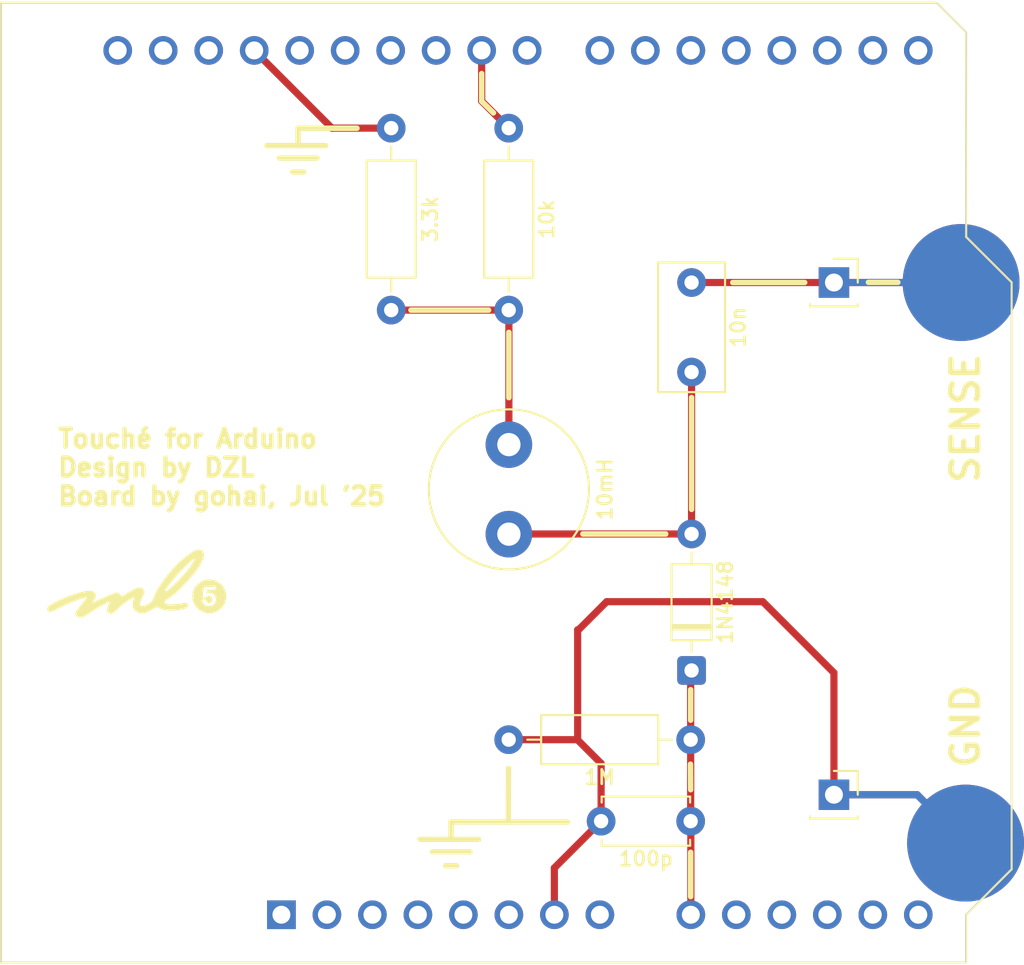
<source format=kicad_pcb>
(kicad_pcb (version 20241229) (generator "pcbnew") (generator_version "9.0")
  (layers (0 "F.Cu" signal) (2 "B.Cu" signal) (13 "F.Paste" user) (15 "B.Paste" user) (5 "F.SilkS" user "F.Silkscreen") (7 "B.SilkS" user "B.Silkscreen") (1 "F.Mask" user) (3 "B.Mask" user) (25 "Edge.Cuts" user))
  (net 0 "")
  (net 1 "GND")
  (net 7 "Net-(A1-A0)")
  (net 17 "Net-(A1-D9)")
  (net 31 "Net-(D1-A)")
  (net 32 "Net-(L1-Pad1)")
  (net 33 "SENSE")
  (footprint "Capacitor_THT:C_Disc_D4.7mm_W2.5mm_P5.00mm" (layer "F.Cu") (at 172.85 142.775 180)
    (property "Reference" "C1" (hide yes))
    (property "Value" "100p" (at 2.5 -2.1 0) (layer "F.SilkS") (effects (font (size 0.8 0.8))))
    (fp_line (start 4.97 1.37) (end 0.03 1.37) (stroke (width 0.12)) (layer "F.SilkS"))
    (fp_line (start 4.97 1.04) (end 4.97 1.37) (stroke (width 0.12)) (layer "F.SilkS"))
    (fp_line (start 4.97 -1.37) (end 4.97 -1.04) (stroke (width 0.12)) (layer "F.SilkS"))
    (fp_line (start 0.03 1.37) (end 0.03 1.04) (stroke (width 0.12)) (layer "F.SilkS"))
    (fp_line (start 0.03 -1.04) (end 0.03 -1.37) (stroke (width 0.12)) (layer "F.SilkS"))
    (fp_line (start 0.03 -1.37) (end 4.97 -1.37) (stroke (width 0.12)) (layer "F.SilkS"))
    (pad "1" thru_hole circle (at 0 0 180) (size 1.6 1.6) (drill 0.8) (layers "*.Cu" "*.Mask") (net 7 "Net-(A1-A0)"))
    (pad "2" thru_hole circle (at 5 0 180) (size 1.6 1.6) (drill 0.8) (layers "*.Cu" "*.Mask") (net 1 "GND"))
  )
  (footprint "LOGO" (layer "F.Cu") (at 141.92 129.51)
    (property "Reference" "G***" (hide yes))
    (property "Value" "LOGO" (hide yes))
    (fp_poly (pts (xy 4.116411 -0.230636) (xy 4.216852 -0.218346) (xy 4.316731 -0.195) (xy 4.415233 -0.160324) (xy 4.458596 -0.141089) (xy 4.549957 -0.091419) (xy 4.634307 -0.032592) (xy 4.711157 0.034542) (xy 4.780017 0.109134) (xy 4.840398 0.190333) (xy 4.891809 0.27729) (xy 4.93376 0.369154) (xy 4.965763 0.465078) (xy 4.987326 0.564209) (xy 4.997962 0.665699) (xy 4.997178 0.768698) (xy 4.995514 0.790473) (xy 4.980255 0.896892) (xy 4.953938 0.999355) (xy 4.917027 1.097177) (xy 4.869983 1.189679) (xy 4.813269 1.276177) (xy 4.747347 1.35599) (xy 4.672681 1.428436) (xy 4.589731 1.492833) (xy 4.498961 1.548499) (xy 4.471999 1.562532) (xy 4.384568 1.600696) (xy 4.291408 1.630886) (xy 4.248455 1.641529) (xy 4.21576 1.64708) (xy 4.174076 1.651504) (xy 4.126387 1.654725) (xy 4.075679 1.656666) (xy 4.024936 1.657252) (xy 3.977143 1.656406) (xy 3.935286 1.654051) (xy 3.903761 1.65035) (xy 3.799967 1.627212) (xy 3.700511 1.593356) (xy 3.606155 1.549339) (xy 3.517658 1.495718) (xy 3.435778 1.43305) (xy 3.361277 1.361893) (xy 3.294914 1.282803) (xy 3.237448 1.196338) (xy 3.206473 1.138972) (xy 3.190781 1.106119) (xy 3.175611 1.072302) (xy 3.162565 1.041223) (xy 3.153243 1.016585) (xy 3.152324 1.013852) (xy 3.138293 0.961336) (xy 3.667383 0.961336) (xy 3.670325 0.981869) (xy 3.679641 1.007872) (xy 3.684598 1.019246) (xy 3.718135 1.080465) (xy 3.759887 1.13368) (xy 3.809028 1.178165) (xy 3.86473 1.213192) (xy 3.926166 1.238033) (xy 3.936819 1.241108) (xy 3.968909 1.246767) (xy 4.008915 1.24916) (xy 4.053233 1.248459) (xy 4.098259 1.244837) (xy 4.14039 1.238466) (xy 4.175519 1.229683) (xy 4.220097 1.211555) (xy 4.263913 1.187028) (xy 4.303447 1.158402) (xy 4.335179 1.127977) (xy 4.339985 1.122245) (xy 4.375408 1.069046) (xy 4.40104 1.010768) (xy 4.416757 0.94915) (xy 4.42243 0.885929) (xy 4.417934 0.822844) (xy 4.403143 0.761631) (xy 4.377929 0.704028) (xy 4.371265 0.692499) (xy 4.33188 0.638533) (xy 4.284574 0.593255) (xy 4.230234 0.55737) (xy 4.169744 0.531581) (xy 4.168691 0.531242) (xy 4.120904 0.520322) (xy 4.066988 0.515337) (xy 4.010921 0.516177) (xy 3.956681 0.522738) (xy 3.908245 0.534911) (xy 3.898328 0.5385) (xy 3.891452 0.540133) (xy 3.88886 0.536092) (xy 3.889657 0.523793) (xy 3.890666 0.51639) (xy 3.892839 0.499436) (xy 3.895773 0.474247) (xy 3.899043 0.44455) (xy 3.901548 0.420728) (xy 3.904647 0.39306) (xy 3.907725 0.369911) (xy 3.910409 0.353831) (xy 3.912215 0.347468) (xy 3.919016 0.346526) (xy 3.936012 0.346236) (xy 3.961398 0.346568) (xy 3.993366 0.347493) (xy 4.030112 0.348981) (xy 4.043602 0.349621) (xy 4.106806 0.351879) (xy 4.166907 0.352379) (xy 4.222367 0.351201) (xy 4.27165 0.348423) (xy 4.313218 0.344127) (xy 4.345534 0.338389) (xy 4.36288 0.333147) (xy 4.392179 0.315235) (xy 4.413642 0.288925) (xy 4.423635 0.264558) (xy 4.427028 0.238707) (xy 4.424885 0.211797) (xy 4.417863 0.188729) (xy 4.412302 0.179634) (xy 4.407873 0.174867) (xy 4.402342 0.171806) (xy 4.393597 0.170341) (xy 4.379529 0.170364) (xy 4.358027 0.171765) (xy 4.32698 0.174436) (xy 4.321467 0.17493) (xy 4.296007 0.176656) (xy 4.260367 0.178256) (xy 4.216389 0.179683) (xy 4.165915 0.180893) (xy 4.110785 0.181842) (xy 4.052842 0.182485) (xy 3.9987 0.182768) (xy 3.757056 0.183317) (xy 3.753827 0.204353) (xy 3.751965 0.217563) (xy 3.74892 0.240464) (xy 3.744874 0.271594) (xy 3.74001 0.309491) (xy 3.734512 0.352693) (xy 3.728561 0.399736) (xy 3.722341 0.44916) (xy 3.716035 0.499501) (xy 3.709825 0.549298) (xy 3.703895 0.597088) (xy 3.698426 0.64141) (xy 3.693603 0.6808) (xy 3.689608 0.713797) (xy 3.686623 0.738939) (xy 3.684832 0.754763) (xy 3.684381 0.759701) (xy 3.685755 0.7636) (xy 3.691072 0.766297) (xy 3.702133 0.768005) (xy 3.720733 0.768935) (xy 3.748671 0.769297) (xy 3.766352 0.769332) (xy 3.848323 0.769332) (xy 3.874963 0.744776) (xy 3.894853 0.729114) (xy 3.92002 0.712871) (xy 3.94175 0.701201) (xy 3.964019 0.691392) (xy 3.982706 0.685649) (xy 4.002814 0.682928) (xy 4.029345 0.682186) (xy 4.032985 0.682181) (xy 4.060317 0.682733) (xy 4.080144 0.685001) (xy 4.096956 0.689897) (xy 4.115243 0.698336) (xy 4.117131 0.699309) (xy 4.160554 0.728082) (xy 4.195838 0.764707) (xy 4.217034 0.79835) (xy 4.226226 0.818484) (xy 4.231455 0.836663) (xy 4.23376 0.857856) (xy 4.234198 0.880424) (xy 4.232612 0.917152) (xy 4.226839 0.946748) (xy 4.215398 0.97379) (xy 4.196808 1.002859) (xy 4.192847 1.008308) (xy 4.169445 1.035346) (xy 4.142275 1.056091) (xy 4.128684 1.063955) (xy 4.109014 1.074119) (xy 4.093141 1.080322) (xy 4.076784 1.083528) (xy 4.05566 1.084704) (xy 4.035991 1.084835) (xy 4.001751 1.083332) (xy 3.973249 1.078043) (xy 3.948712 1.067705) (xy 3.92637 1.051057) (xy 3.90445 1.026837) (xy 3.881182 0.993784) (xy 3.860032 0.959506) (xy 3.841877 0.930063) (xy 3.827508 0.909599) (xy 3.815459 0.896277) (xy 3.804264 0.888263) (xy 3.80232 0.887286) (xy 3.770841 0.878277) (xy 3.739522 0.879888) (xy 3.710926 0.891365) (xy 3.687617 0.911955) (xy 3.679973 0.923223) (xy 3.670653 0.94291) (xy 3.667383 0.961336) (xy 3.138293 0.961336) (xy 3.125643 0.913992) (xy 3.110096 0.811543) (xy 3.10558 0.707854) (xy 3.111995 0.604278) (xy 3.129237 0.502164) (xy 3.157207 0.402864) (xy 3.195802 0.307729) (xy 3.207185 0.284586) (xy 3.2601 0.193549) (xy 3.321406 0.110521) (xy 3.390287 0.035779) (xy 3.465931 -0.0304) (xy 3.547523 -0.087739) (xy 3.634249 -0.135962) (xy 3.725296 -0.174791) (xy 3.819849 -0.20395) (xy 3.917096 -0.223162) (xy 4.016221 -0.23215)) (fill yes) (layer "F.SilkS"))
    (fp_poly (pts (xy 3.533942 -1.896496) (xy 3.578681 -1.886993) (xy 3.625007 -1.866667) (xy 3.665145 -1.83685) (xy 3.698579 -1.798649) (xy 3.724791 -1.753173) (xy 3.743266 -1.701528) (xy 3.753486 -1.644823) (xy 3.754935 -1.584165) (xy 3.747812 -1.524398) (xy 3.727489 -1.440371) (xy 3.696884 -1.35016) (xy 3.656012 -1.253785) (xy 3.604887 -1.151267) (xy 3.543521 -1.042628) (xy 3.471928 -0.92789) (xy 3.390122 -0.807073) (xy 3.298116 -0.680199) (xy 3.195924 -0.547289) (xy 3.083559 -0.408365) (xy 2.961036 -0.263448) (xy 2.908092 -0.20256) (xy 2.844561 -0.131134) (xy 2.776333 -0.056386) (xy 2.704804 0.020256) (xy 2.631374 0.097362) (xy 2.557442 0.173502) (xy 2.484407 0.247249) (xy 2.413667 0.317172) (xy 2.346621 0.381843) (xy 2.284668 0.439832) (xy 2.238668 0.481378) (xy 2.12861 0.575126) (xy 2.010352 0.669102) (xy 1.887372 0.760684) (xy 1.76315 0.847251) (xy 1.685003 0.898556) (xy 1.646958 0.923364) (xy 1.618119 0.943581) (xy 1.597251 0.960566) (xy 1.583115 0.975677) (xy 1.574476 0.990276) (xy 1.570095 1.005722) (xy 1.568736 1.023374) (xy 1.568717 1.026376) (xy 1.572633 1.059586) (xy 1.585064 1.08667) (xy 1.607034 1.108948) (xy 1.639568 1.127739) (xy 1.6513 1.132796) (xy 1.678648 1.141955) (xy 1.711236 1.149055) (xy 1.75047 1.154245) (xy 1.797758 1.157676) (xy 1.854507 1.159498) (xy 1.9053 1.1599) (xy 2.058802 1.155845) (xy 2.218317 1.143885) (xy 2.38104 1.124281) (xy 2.515356 1.102606) (xy 2.55235 1.09595) (xy 2.586525 1.089817) (xy 2.615631 1.084608) (xy 2.637419 1.080726) (xy 2.649637 1.078574) (xy 2.649666 1.078569) (xy 2.675145 1.075763) (xy 2.705134 1.074832) (xy 2.735874 1.075636) (xy 2.763608 1.078037) (xy 2.784576 1.081898) (xy 2.789995 1.083722) (xy 2.813192 1.099388) (xy 2.834173 1.125098) (xy 2.851846 1.158928) (xy 2.865116 1.198952) (xy 2.870579 1.225566) (xy 2.869892 1.258058) (xy 2.857885 1.289804) (xy 2.835255 1.319896) (xy 2.802701 1.347427) (xy 2.760922 1.371489) (xy 2.756694 1.373472) (xy 2.707419 1.393359) (xy 2.64756 1.41272) (xy 2.578554 1.431235) (xy 2.501835 1.44859) (xy 2.418838 1.464467) (xy 2.331 1.47855) (xy 2.239756 1.490522) (xy 2.211831 1.493666) (xy 2.163068 1.498041) (xy 2.106137 1.501656) (xy 2.043719 1.504459) (xy 1.978496 1.506398) (xy 1.913152 1.507422) (xy 1.850369 1.507481) (xy 1.79283 1.506521) (xy 1.743216 1.504493) (xy 1.721982 1.503043) (xy 1.663913 1.497766) (xy 1.611628 1.491523) (xy 1.56318 1.483775) (xy 1.516623 1.473978) (xy 1.47001 1.461592) (xy 1.421394 1.446076) (xy 1.368827 1.426886) (xy 1.310364 1.403483) (xy 1.244058 1.375325) (xy 1.211097 1.360938) (xy 1.172598 1.345134) (xy 1.143402 1.335691) (xy 1.122762 1.332372) (xy 1.120981 1.332371) (xy 1.110934 1.333815) (xy 1.096747 1.338052) (xy 1.07771 1.345428) (xy 1.053114 1.356289) (xy 1.022248 1.370983) (xy 0.984403 1.389855) (xy 0.938868 1.413251) (xy 0.884934 1.441518) (xy 0.82189 1.475002) (xy 0.754306 1.511211) (xy 0.689437 1.545842) (xy 0.633659 1.574961) (xy 0.585638 1.599041) (xy 0.54404 1.618557) (xy 0.507532 1.633984) (xy 0.474781 1.645794) (xy 0.444452 1.654462) (xy 0.415214 1.660464) (xy 0.385732 1.664272) (xy 0.354672 1.666361) (xy 0.320701 1.667206) (xy 0.315546 1.667253) (xy 0.235762 1.663749) (xy 0.162559 1.651563) (xy 0.093608 1.630088) (xy 0.026583 1.598712) (xy 0.00376 1.585646) (xy -0.024375 1.566182) (xy -0.056059 1.54001) (xy -0.088654 1.509729) (xy -0.119522 1.477937) (xy -0.146025 1.447233) (xy -0.165524 1.420218) (xy -0.167554 1.416863) (xy -0.187739 1.379763) (xy -0.202176 1.345703) (xy -0.211843 1.311063) (xy -0.217718 1.272222) (xy -0.22078 1.225559) (xy -0.221016 1.218942) (xy -0.221508 1.181377) (xy -0.220803 1.141172) (xy -0.219054 1.103327) (xy -0.216629 1.074692) (xy -0.213254 1.048424) (xy -0.208249 1.013476) (xy -0.202086 0.972804) (xy -0.19524 0.929366) (xy -0.188186 0.886118) (xy -0.181395 0.846019) (xy -0.175344 0.812025) (xy -0.170665 0.78786) (xy -0.166387 0.76732) (xy -0.219931 0.796476) (xy -0.351267 0.872325) (xy -0.483951 0.957633) (xy -0.61845 1.052753) (xy -0.75523 1.158037) (xy -0.894761 1.273837) (xy -1.037509 1.400503) (xy -1.101527 1.459834) (xy -1.153864 1.508855) (xy -1.198438 1.550233) (xy -1.236189 1.584615) (xy -1.268059 1.612647) (xy -1.29499 1.634976) (xy -1.317923 1.652248) (xy -1.3378 1.66511) (xy -1.355563 1.674209) (xy -1.372153 1.680191) (xy -1.388511 1.683702) (xy -1.40558 1.685389) (xy -1.424301 1.685899) (xy -1.430791 1.68592) (xy -1.457559 1.685449) (xy -1.477356 1.683258) (xy -1.495218 1.678179) (xy -1.51618 1.669042) (xy -1.527672 1.663441) (xy -1.568496 1.640135) (xy -1.601059 1.614104) (xy -1.625582 1.584416) (xy -1.642288 1.550138) (xy -1.651397 1.51034) (xy -1.653131 1.464089) (xy -1.647712 1.410453) (xy -1.63536 1.3485) (xy -1.618025 1.283222) (xy -1.609235 1.254105) (xy -1.600711 1.229399) (xy -1.591132 1.206158) (xy -1.579178 1.181434) (xy -1.563531 1.152283) (xy -1.543524 1.116898) (xy -1.526548 1.084995) (xy -1.517117 1.0612) (xy -1.515582 1.045321) (xy -1.522293 1.037165) (xy -1.537599 1.036542) (xy -1.561851 1.043258) (xy -1.595399 1.057122) (xy -1.626005 1.071668) (xy -1.661575 1.088894) (xy -1.700657 1.107323) (xy -1.738491 1.124736) (xy -1.770067 1.138806) (xy -1.819765 1.160918) (xy -1.8687 1.183845) (xy -1.917847 1.208157) (xy -1.968184 1.234423) (xy -2.020688 1.263211) (xy -2.076336 1.295089) (xy -2.136104 1.330626) (xy -2.200969 1.370392) (xy -2.271909 1.414953) (xy -2.3499 1.46488) (xy -2.435919 1.52074) (xy -2.512353 1.57086) (xy -2.592788 1.623736) (xy -2.663988 1.670355) (xy -2.726723 1.711118) (xy -2.781768 1.746427) (xy -2.829894 1.776682) (xy -2.871873 1.802285) (xy -2.908478 1.823637) (xy -2.940482 1.84114) (xy -2.968656 1.855194) (xy -2.993773 1.866201) (xy -3.016606 1.874563) (xy -3.037926 1.88068) (xy -3.058506 1.884953) (xy -3.079119 1.887785) (xy -3.100537 1.889576) (xy -3.123532 1.890727) (xy -3.12842 1.890917) (xy -3.16346 1.891624) (xy -3.190889 1.89046) (xy -3.215021 1.887055) (xy -3.238467 1.881505) (xy -3.294205 1.861263) (xy -3.341302 1.833217) (xy -3.37936 1.797666) (xy -3.407983 1.754906) (xy -3.408247 1.75439) (xy -3.419976 1.720799) (xy -3.425007 1.681965) (xy -3.423021 1.642833) (xy -3.417069 1.617247) (xy -3.41351 1.608237) (xy -3.407993 1.597146) (xy -3.400146 1.583472) (xy -3.389597 1.566712) (xy -3.375976 1.546363) (xy -3.358912 1.521923) (xy -3.338032 1.492889) (xy -3.312966 1.458759) (xy -3.283343 1.41903) (xy -3.24879 1.3732) (xy -3.208938 1.320766) (xy -3.163415 1.261225) (xy -3.11185 1.194076) (xy -3.053871 1.118814) (xy -2.989107 1.034939) (xy -2.940259 0.971767) (xy -2.907622 0.929425) (xy -2.877508 0.890063) (xy -2.850667 0.854683) (xy -2.827852 0.824288) (xy -2.809811 0.799881) (xy -2.797296 0.782466) (xy -2.791058 0.773046) (xy -2.790514 0.771656) (xy -2.797963 0.771229) (xy -2.815189 0.773588) (xy -2.84038 0.778334) (xy -2.871723 0.785063) (xy -2.907407 0.793375) (xy -2.945618 0.802867) (xy -2.984544 0.813139) (xy -3.011217 0.820569) (xy -3.042323 0.829515) (xy -3.070375 0.837789) (xy -3.096932 0.845925) (xy -3.123551 0.854457) (xy -3.151789 0.863919) (xy -3.183205 0.874846) (xy -3.219355 0.887772) (xy -3.261799 0.90323) (xy -3.312092 0.921756) (xy -3.371794 0.943883) (xy -3.383863 0.948365) (xy -3.453134 0.974221) (xy -3.516467 0.998186) (xy -3.575105 1.020814) (xy -3.630292 1.042661) (xy -3.683271 1.064283) (xy -3.735286 1.086234) (xy -3.787579 1.10907) (xy -3.841396 1.133345) (xy -3.897978 1.159617) (xy -3.958569 1.188438) (xy -4.024413 1.220366) (xy -4.096754 1.255955) (xy -4.176834 1.29576) (xy -4.265896 1.340337) (xy -4.300451 1.357686) (xy -4.383983 1.399556) (xy -4.45759 1.436213) (xy -4.522017 1.467983) (xy -4.578007 1.495192) (xy -4.626303 1.518168) (xy -4.667649 1.537236) (xy -4.702789 1.552723) (xy -4.732466 1.564955) (xy -4.757425 1.57426) (xy -4.778408 1.580963) (xy -4.796159 1.585392) (xy -4.811422 1.587872) (xy -4.824941 1.588729) (xy -4.826708 1.588739) (xy -4.867519 1.583009) (xy -4.906289 1.567089) (xy -4.940936 1.542695) (xy -4.969379 1.511546) (xy -4.989534 1.475356) (xy -4.99762 1.447822) (xy -4.998693 1.423949) (xy -4.995248 1.393538) (xy -4.988087 1.360834) (xy -4.978013 1.330077) (xy -4.973249 1.31906) (xy -4.961176 1.296122) (xy -4.947404 1.276119) (xy -4.930247 1.257537) (xy -4.908021 1.238859) (xy -4.879043 1.218571) (xy -4.841628 1.195157) (xy -4.823547 1.184355) (xy -4.655346 1.089012) (xy -4.476794 0.996002) (xy -4.287617 0.9052) (xy -4.087536 0.816481) (xy -3.876276 0.72972) (xy -3.65356 0.644795) (xy -3.504662 0.591271) (xy -3.425406 0.564623) (xy -3.341883 0.538759) (xy -3.255582 0.514011) (xy -3.167992 0.490708) (xy -3.0806 0.469182) (xy -2.994896 0.449763) (xy -2.912367 0.432783) (xy -2.834503 0.418572) (xy -2.762791 0.407461) (xy -2.69872 0.399781) (xy -2.643778 0.395863) (xy -2.623546 0.395418) (xy -2.55352 0.399838) (xy -2.490765 0.41369) (xy -2.434946 0.437096) (xy -2.385731 0.470178) (xy -2.363491 0.49039) (xy -2.326835 0.53444) (xy -2.300644 0.582391) (xy -2.285355 0.633015) (xy -2.281405 0.685084) (xy -2.284189 0.713685) (xy -2.290812 0.745768) (xy -2.300831 0.778165) (xy -2.315039 0.812521) (xy -2.334226 0.850483) (xy -2.359185 0.893696) (xy -2.390706 0.943808) (xy -2.406202 0.967475) (xy -2.424797 0.995856) (xy -2.440679 1.020563) (xy -2.452812 1.03995) (xy -2.460163 1.052368) (xy -2.461888 1.056207) (xy -2.458772 1.055977) (xy -2.450724 1.053198) (xy -2.436928 1.047503) (xy -2.416568 1.038523) (xy -2.388829 1.02589) (xy -2.352895 1.009238) (xy -2.30795 0.988197) (xy -2.253177 0.962401) (xy -2.238879 0.95565) (xy -2.177658 0.927034) (xy -2.108938 0.895438) (xy -2.034416 0.861609) (xy -1.955794 0.826293) (xy -1.87477 0.790238) (xy -1.793043 0.75419) (xy -1.712313 0.718896) (xy -1.634279 0.685104) (xy -1.56064 0.653559) (xy -1.493097 0.62501) (xy -1.433348 0.600201) (xy -1.391411 0.583194) (xy -1.332519 0.559972) (xy -1.283245 0.541291) (xy -1.242267 0.526719) (xy -1.208259 0.515822) (xy -1.179899 0.508167) (xy -1.155862 0.503321) (xy -1.141524 0.501431) (xy -1.088394 0.501757) (xy -1.037958 0.513798) (xy -0.990218 0.537552) (xy -0.945176 0.573018) (xy -0.902832 0.620196) (xy -0.873696 0.661921) (xy -0.858453 0.685656) (xy -0.847945 0.70067) (xy -0.840609 0.708484) (xy -0.834884 0.710616) (xy -0.829206 0.708586) (xy -0.827074 0.70726) (xy -0.813328 0.698594) (xy -0.790633 0.684607) (xy -0.760368 0.666126) (xy -0.723911 0.643982) (xy -0.682641 0.619003) (xy -0.637936 0.592019) (xy -0.591176 0.563859) (xy -0.543739 0.535353) (xy -0.497004 0.507328) (xy -0.452349 0.480616) (xy -0.411153 0.456044) (xy -0.374796 0.434442) (xy -0.344654 0.416639) (xy -0.322108 0.403465) (xy -0.318553 0.401413) (xy -0.256794 0.366741) (xy -0.196758 0.334687) (xy -0.139974 0.30599) (xy -0.087973 0.281388) (xy -0.042283 0.261621) (xy -0.004436 0.247427) (xy 0.009015 0.24323) (xy 0.069239 0.229818) (xy 0.129657 0.223553) (xy 0.187918 0.224359) (xy 0.24167 0.232163) (xy 0.288561 0.246891) (xy 0.30053 0.252441) (xy 0.342641 0.279872) (xy 0.37779 0.315187) (xy 0.405071 0.356509) (xy 0.42358 0.401961) (xy 0.432412 0.449666) (xy 0.430661 0.497748) (xy 0.427189 0.515101) (xy 0.422706 0.528564) (xy 0.41391 0.551029) (xy 0.401596 0.580615) (xy 0.386557 0.615442) (xy 0.369588 0.653629) (xy 0.356827 0.681701) (xy 0.318778 0.766075) (xy 0.286436 0.841101) (xy 0.259424 0.907801) (xy 0.237365 0.967195) (xy 0.219883 1.020305) (xy 0.206602 1.06815) (xy 0.197145 1.111753) (xy 0.19608 1.117721) (xy 0.191529 1.158284) (xy 0.194011 1.190331) (xy 0.204112 1.215493) (xy 0.222418 1.235398) (xy 0.24308 1.248486) (xy 0.263579 1.253936) (xy 0.293006 1.254543) (xy 0.329485 1.250728) (xy 0.371139 1.242914) (xy 0.41609 1.231523) (xy 0.462461 1.216977) (xy 0.508374 1.199699) (xy 0.551954 1.18011) (xy 0.555962 1.178115) (xy 0.584706 1.162478) (xy 0.619642 1.141603) (xy 0.658471 1.117044) (xy 0.698897 1.090354) (xy 0.738619 1.063088) (xy 0.775342 1.0368) (xy 0.806766 1.013043) (xy 0.830594 0.993371) (xy 0.834733 0.989611) (xy 0.856135 0.966192) (xy 0.877604 0.935446) (xy 0.899559 0.896535) (xy 0.922423 0.848621) (xy 0.946616 0.790867) (xy 0.972559 0.722432) (xy 0.981632 0.697207) (xy 1.007713 0.627726) (xy 1.036402 0.559134) (xy 1.06843 0.490069) (xy 1.104529 0.419166) (xy 1.124477 0.383026) (xy 1.592758 0.383026) (xy 1.598041 0.400428) (xy 1.612226 0.413083) (xy 1.632819 0.420068) (xy 1.657328 0.42046) (xy 1.679161 0.415002) (xy 1.691415 0.407781) (xy 1.711446 0.392745) (xy 1.738522 0.370568) (xy 1.77191 0.341924) (xy 1.81088 0.307489) (xy 1.854698 0.267938) (xy 1.902634 0.223945) (xy 1.953953 0.176185) (xy 2.007925 0.125333) (xy 2.063818 0.072064) (xy 2.120898 0.017052) (xy 2.178435 -0.039027) (xy 2.235696 -0.095499) (xy 2.26923 -0.128905) (xy 2.37522 -0.236085) (xy 2.472698 -0.337221) (xy 2.562729 -0.433535) (xy 2.646377 -0.526251) (xy 2.724705 -0.616589) (xy 2.798779 -0.705775) (xy 2.869661 -0.795029) (xy 2.938417 -0.885575) (xy 2.993972 -0.961667) (xy 3.02268 -1.002419) (xy 3.052243 -1.045768) (xy 3.081879 -1.090439) (xy 3.110801 -1.135159) (xy 3.138228 -1.178651) (xy 3.163374 -1.219643) (xy 3.185455 -1.256859) (xy 3.203688 -1.289026) (xy 3.217288 -1.314868) (xy 3.225471 -1.333111) (xy 3.22759 -1.341379) (xy 3.22293 -1.352251) (xy 3.213022 -1.361612) (xy 3.204788 -1.365846) (xy 3.196129 -1.366871) (xy 3.1856 -1.363882) (xy 3.171759 -1.356076) (xy 3.153161 -1.342649) (xy 3.128362 -1.322797) (xy 3.098366 -1.297777) (xy 3.012764 -1.224429) (xy 2.927505 -1.148722) (xy 2.841496 -1.069601) (xy 2.753645 -0.986012) (xy 2.662858 -0.896899) (xy 2.568042 -0.801207) (xy 2.468105 -0.697883) (xy 2.373492 -0.598142) (xy 2.304325 -0.523223) (xy 2.230114 -0.44026) (xy 2.152493 -0.351205) (xy 2.073096 -0.258008) (xy 1.993556 -0.162621) (xy 1.915507 -0.066994) (xy 1.840582 0.02692) (xy 1.770417 0.117171) (xy 1.730913 0.169244) (xy 1.691597 0.22213) (xy 1.659534 0.26645) (xy 1.634287 0.302877) (xy 1.615422 0.332085) (xy 1.602503 0.354749) (xy 1.595093 0.371543) (xy 1.592758 0.383026) (xy 1.124477 0.383026) (xy 1.145431 0.345064) (xy 1.191868 0.266398) (xy 1.244572 0.181806) (xy 1.304275 0.089924) (xy 1.322171 0.062967) (xy 1.457599 -0.134585) (xy 1.593741 -0.321767) (xy 1.731926 -0.500213) (xy 1.873485 -0.671558) (xy 2.019745 -0.837436) (xy 2.172037 -0.999482) (xy 2.253544 -1.082264) (xy 2.347485 -1.174882) (xy 2.435748 -1.258987) (xy 2.519751 -1.335768) (xy 2.600915 -1.406413) (xy 2.68066 -1.472109) (xy 2.760407 -1.534043) (xy 2.841574 -1.593405) (xy 2.925584 -1.651381) (xy 2.966137 -1.678282) (xy 3.037334 -1.723913) (xy 3.104612 -1.764966) (xy 3.166861 -1.800819) (xy 3.22297 -1.830852) (xy 3.271831 -1.854444) (xy 3.307296 -1.86914) (xy 3.363273 -1.885921) (xy 3.42175 -1.896209) (xy 3.479661 -1.899801)) (fill yes) (layer "F.SilkS"))
  )
  (footprint "Resistor_THT:R_Axial_DIN0207_L6.3mm_D2.5mm_P10.16mm_Horizontal" (layer "F.Cu") (at 156.13 104.08 -90)
    (property "Reference" "R2" (hide yes))
    (property "Value" "3.3k" (at 5.08 -2.18 90) (layer "F.SilkS") (effects (font (size 0.8 0.8))))
    (fp_line (start 1.04 0) (end 1.81 0) (stroke (width 0.12)) (layer "F.SilkS"))
    (fp_line (start 9.12 0) (end 8.35 0) (stroke (width 0.12)) (layer "F.SilkS"))
    (fp_rect (start 1.81 -1.37) (end 8.35 1.37) (stroke (width 0.12)) (fill no) (layer "F.SilkS"))
    (pad "1" thru_hole circle (at 0 0 270) (size 1.6 1.6) (drill 0.8) (layers "*.Cu" "*.Mask") (net 1 "GND"))
    (pad "2" thru_hole circle (at 10.16 0 270) (size 1.6 1.6) (drill 0.8) (layers "*.Cu" "*.Mask") (net 32 "Net-(L1-Pad1)"))
  )
  (footprint "Inductor_THT:L_Radial_D8.7mm_P5.00mm_Fastron_07HCP" (layer "F.Cu") (at 162.7 121.75 -90)
    (property "Reference" "L1" (hide yes))
    (property "Value" "10mH" (at 2.5 -5.36 90) (layer "F.SilkS") (effects (font (size 0.8 0.8))))
    (fp_circle (center 2.5 0) (end 6.97 0) (stroke (width 0.12)) (fill no) (layer "F.SilkS"))
    (pad "1" thru_hole circle (at 0 0 270) (size 2.6 2.6) (drill 1.3) (layers "*.Cu" "*.Mask") (net 32 "Net-(L1-Pad1)"))
    (pad "2" thru_hole circle (at 5 0 270) (size 2.6 2.6) (drill 1.3) (layers "*.Cu" "*.Mask") (net 31 "Net-(D1-A)"))
  )
  (footprint "Connector_PinSocket_2.54mm:PinSocket_1x01_P2.54mm_Vertical" (layer "F.Cu") (at 180.85 112.7)
    (property "Reference" "J1" (hide yes))
    (property "Value" "Conn_01x01_Pin" (hide yes))
    (fp_line (start -1.33 1.21) (end -1.33 1.33) (stroke (width 0.12)) (layer "F.SilkS"))
    (fp_line (start -1.33 1.33) (end 1.33 1.33) (stroke (width 0.12)) (layer "F.SilkS"))
    (fp_line (start 0 -1.33) (end 1.33 -1.33) (stroke (width 0.12)) (layer "F.SilkS"))
    (fp_line (start 1.33 -1.33) (end 1.33 0) (stroke (width 0.12)) (layer "F.SilkS"))
    (fp_line (start 1.33 1.21) (end 1.33 1.33) (stroke (width 0.12)) (layer "F.SilkS"))
    (pad "1" thru_hole rect (at 0 0) (size 1.7 1.7) (drill 1) (layers "*.Cu" "*.Mask") (net 33 "SENSE"))
  )
  (footprint "Resistor_THT:R_Axial_DIN0207_L6.3mm_D2.5mm_P10.16mm_Horizontal" (layer "F.Cu") (at 162.69 104.08 -90)
    (property "Reference" "R1" (hide yes))
    (property "Value" "10k" (at 5.08 -2.12 90) (layer "F.SilkS") (effects (font (size 0.8 0.8))))
    (fp_line (start 1.04 0) (end 1.81 0) (stroke (width 0.12)) (layer "F.SilkS"))
    (fp_line (start 9.12 0) (end 8.35 0) (stroke (width 0.12)) (layer "F.SilkS"))
    (fp_rect (start 1.81 -1.37) (end 8.35 1.37) (stroke (width 0.12)) (fill no) (layer "F.SilkS"))
    (pad "1" thru_hole circle (at 0 0 270) (size 1.6 1.6) (drill 0.8) (layers "*.Cu" "*.Mask") (net 17 "Net-(A1-D9)"))
    (pad "2" thru_hole circle (at 10.16 0 270) (size 1.6 1.6) (drill 0.8) (layers "*.Cu" "*.Mask") (net 32 "Net-(L1-Pad1)"))
  )
  (footprint "Diode_THT:D_DO-35_SOD27_P7.62mm_Horizontal" (layer "F.Cu") (at 172.9 134.36 90)
    (property "Reference" "D1" (hide yes))
    (property "Value" "1N4148" (at 3.81 1.88 90) (layer "F.SilkS") (effects (font (size 0.8 0.8))))
    (fp_line (start 2.53 -1.12) (end 2.53 1.12) (stroke (width 0.12)) (layer "F.SilkS"))
    (fp_line (start 2.41 -1.12) (end 2.41 1.12) (stroke (width 0.12)) (layer "F.SilkS"))
    (fp_line (start 2.29 -1.12) (end 2.29 1.12) (stroke (width 0.12)) (layer "F.SilkS"))
    (fp_line (start 6.58 0) (end 5.93 0) (stroke (width 0.12)) (layer "F.SilkS"))
    (fp_line (start 1.04 0) (end 1.69 0) (stroke (width 0.12)) (layer "F.SilkS"))
    (fp_rect (start 1.69 -1.12) (end 5.93 1.12) (stroke (width 0.12)) (fill no) (layer "F.SilkS"))
    (pad "1" thru_hole roundrect (at 0 0 90) (size 1.6 1.6) (drill 0.8) (layers "*.Cu" "*.Mask") (roundrect_rratio 0.15625) (net 7 "Net-(A1-A0)"))
    (pad "2" thru_hole circle (at 7.62 0 90) (size 1.6 1.6) (drill 0.8) (layers "*.Cu" "*.Mask") (net 31 "Net-(D1-A)"))
  )
  (footprint "Capacitor_THT:C_Rect_L7.0mm_W3.5mm_P5.00mm" (layer "F.Cu") (at 172.9 117.7 90)
    (property "Reference" "C2" (hide yes))
    (property "Value" "10n" (at 2.5 2.6 90) (layer "F.SilkS") (effects (font (size 0.8 0.8))))
    (fp_line (start 6.12 -1.87) (end 6.12 1.87) (stroke (width 0.12)) (layer "F.SilkS"))
    (fp_line (start -1.12 -1.87) (end 6.12 -1.87) (stroke (width 0.12)) (layer "F.SilkS"))
    (fp_line (start 6.12 1.87) (end -1.12 1.87) (stroke (width 0.12)) (layer "F.SilkS"))
    (fp_line (start -1.12 1.87) (end -1.12 -1.87) (stroke (width 0.12)) (layer "F.SilkS"))
    (pad "1" thru_hole circle (at 0 0 90) (size 1.6 1.6) (drill 0.8) (layers "*.Cu" "*.Mask") (net 31 "Net-(D1-A)"))
    (pad "2" thru_hole circle (at 5 0 90) (size 1.6 1.6) (drill 0.8) (layers "*.Cu" "*.Mask") (net 33 "SENSE"))
  )
  (footprint "Resistor_THT:R_Axial_DIN0207_L6.3mm_D2.5mm_P10.16mm_Horizontal" (layer "F.Cu") (at 162.69 138.225)
    (property "Reference" "R3" (hide yes))
    (property "Value" "1M" (at 5.08 2.1 0) (layer "F.SilkS") (effects (font (size 0.8 0.8))))
    (fp_line (start 1.04 0) (end 1.81 0) (stroke (width 0.12)) (layer "F.SilkS"))
    (fp_line (start 9.12 0) (end 8.35 0) (stroke (width 0.12)) (layer "F.SilkS"))
    (fp_rect (start 1.81 -1.37) (end 8.35 1.37) (stroke (width 0.12)) (fill no) (layer "F.SilkS"))
    (pad "1" thru_hole circle (at 0 0) (size 1.6 1.6) (drill 0.8) (layers "*.Cu" "*.Mask") (net 1 "GND"))
    (pad "2" thru_hole circle (at 10.16 0) (size 1.6 1.6) (drill 0.8) (layers "*.Cu" "*.Mask") (net 7 "Net-(A1-A0)"))
  )
  (footprint "Connector_PinSocket_2.54mm:PinSocket_1x01_P2.54mm_Vertical" (layer "F.Cu") (at 180.85 141.3)
    (property "Reference" "J2" (hide yes))
    (property "Value" "Conn_01x01_Pin" (hide yes))
    (fp_line (start -1.33 1.21) (end -1.33 1.33) (stroke (width 0.12)) (layer "F.SilkS"))
    (fp_line (start -1.33 1.33) (end 1.33 1.33) (stroke (width 0.12)) (layer "F.SilkS"))
    (fp_line (start 0 -1.33) (end 1.33 -1.33) (stroke (width 0.12)) (layer "F.SilkS"))
    (fp_line (start 1.33 -1.33) (end 1.33 0) (stroke (width 0.12)) (layer "F.SilkS"))
    (fp_line (start 1.33 1.21) (end 1.33 1.33) (stroke (width 0.12)) (layer "F.SilkS"))
    (pad "1" thru_hole rect (at 0 0) (size 1.7 1.7) (drill 1) (layers "*.Cu" "*.Mask") (net 1 "GND"))
  )
  (footprint "touche:Arduino_UNO_R3_Shield" (layer "F.Cu") (at 150 100)
    (property "Reference" "A1" (hide yes))
    (property "Value" "Arduino_UNO_R3" (hide yes))
    (fp_line (start -15.653586 -2.93) (end 36.58 -2.93) (stroke (width 0.12)) (layer "F.SilkS"))
    (fp_line (start -15.653586 50.67) (end -15.653586 -2.93) (stroke (width 0.12)) (layer "F.SilkS"))
    (fp_line (start 36.58 -2.93) (end 38.23 -1.28) (stroke (width 0.12)) (layer "F.SilkS"))
    (fp_line (start 38.23 -1.28) (end 38.23 10.15) (stroke (width 0.12)) (layer "F.SilkS"))
    (fp_line (start 38.23 10.15) (end 40.77 12.69) (stroke (width 0.12)) (layer "F.SilkS"))
    (fp_line (start 38.23 48) (end 38.23 50.67) (stroke (width 0.12)) (layer "F.SilkS"))
    (fp_line (start 38.23 50.67) (end -15.653586 50.67) (stroke (width 0.12)) (layer "F.SilkS"))
    (fp_line (start 40.77 12.69) (end 40.77 45.46) (stroke (width 0.12)) (layer "F.SilkS"))
    (fp_line (start 40.77 45.46) (end 38.23 48) (stroke (width 0.12)) (layer "F.SilkS"))
    (fp_poly (pts (xy 38.2 50.65) (xy 38.2 48) (xy 40.75 45.45) (xy 40.75 12.7) (xy 38.2 10.1) (xy 38.25 -1.25) (xy 36.6 -2.9) (xy -15.65 -2.9) (xy -15.65 50.65)) (stroke (width 0.05)) (fill no) (layer "Edge.Cuts"))
    (pad "1" thru_hole rect (at 0 48 270) (size 1.6 1.6) (drill 1) (layers "*.Cu" "*.Mask"))
    (pad "2" thru_hole oval (at 2.54 48 270) (size 1.6 1.6) (drill 1) (layers "*.Cu" "*.Mask"))
    (pad "3" thru_hole oval (at 5.08 48 270) (size 1.6 1.6) (drill 1) (layers "*.Cu" "*.Mask"))
    (pad "4" thru_hole oval (at 7.62 48 270) (size 1.6 1.6) (drill 1) (layers "*.Cu" "*.Mask"))
    (pad "5" thru_hole oval (at 10.16 48 270) (size 1.6 1.6) (drill 1) (layers "*.Cu" "*.Mask"))
    (pad "6" thru_hole oval (at 12.7 48 270) (size 1.6 1.6) (drill 1) (layers "*.Cu" "*.Mask") (net 1 "GND"))
    (pad "7" thru_hole oval (at 15.24 48 270) (size 1.6 1.6) (drill 1) (layers "*.Cu" "*.Mask") (net 1 "GND"))
    (pad "8" thru_hole oval (at 17.78 48 270) (size 1.6 1.6) (drill 1) (layers "*.Cu" "*.Mask"))
    (pad "9" thru_hole oval (at 22.86 48 270) (size 1.6 1.6) (drill 1) (layers "*.Cu" "*.Mask") (net 7 "Net-(A1-A0)"))
    (pad "10" thru_hole oval (at 25.4 48 270) (size 1.6 1.6) (drill 1) (layers "*.Cu" "*.Mask"))
    (pad "11" thru_hole oval (at 27.94 48 270) (size 1.6 1.6) (drill 1) (layers "*.Cu" "*.Mask"))
    (pad "12" thru_hole oval (at 30.48 48 270) (size 1.6 1.6) (drill 1) (layers "*.Cu" "*.Mask"))
    (pad "13" thru_hole oval (at 33.02 48 270) (size 1.6 1.6) (drill 1) (layers "*.Cu" "*.Mask"))
    (pad "14" thru_hole oval (at 35.56 48 270) (size 1.6 1.6) (drill 1) (layers "*.Cu" "*.Mask"))
    (pad "15" thru_hole oval (at 35.56 -0.26 270) (size 1.6 1.6) (drill 1) (layers "*.Cu" "*.Mask"))
    (pad "16" thru_hole oval (at 33.02 -0.26 270) (size 1.6 1.6) (drill 1) (layers "*.Cu" "*.Mask"))
    (pad "17" thru_hole oval (at 30.48 -0.26 270) (size 1.6 1.6) (drill 1) (layers "*.Cu" "*.Mask"))
    (pad "18" thru_hole oval (at 27.94 -0.26 270) (size 1.6 1.6) (drill 1) (layers "*.Cu" "*.Mask"))
    (pad "19" thru_hole oval (at 25.4 -0.26 270) (size 1.6 1.6) (drill 1) (layers "*.Cu" "*.Mask"))
    (pad "20" thru_hole oval (at 22.86 -0.26 270) (size 1.6 1.6) (drill 1) (layers "*.Cu" "*.Mask"))
    (pad "21" thru_hole oval (at 20.32 -0.26 270) (size 1.6 1.6) (drill 1) (layers "*.Cu" "*.Mask"))
    (pad "22" thru_hole oval (at 17.78 -0.26 270) (size 1.6 1.6) (drill 1) (layers "*.Cu" "*.Mask"))
    (pad "23" thru_hole oval (at 13.72 -0.26 270) (size 1.6 1.6) (drill 1) (layers "*.Cu" "*.Mask"))
    (pad "24" thru_hole oval (at 11.18 -0.26 270) (size 1.6 1.6) (drill 1) (layers "*.Cu" "*.Mask") (net 17 "Net-(A1-D9)"))
    (pad "25" thru_hole oval (at 8.64 -0.26 270) (size 1.6 1.6) (drill 1) (layers "*.Cu" "*.Mask"))
    (pad "26" thru_hole oval (at 6.1 -0.26 270) (size 1.6 1.6) (drill 1) (layers "*.Cu" "*.Mask"))
    (pad "27" thru_hole oval (at 3.56 -0.26 270) (size 1.6 1.6) (drill 1) (layers "*.Cu" "*.Mask"))
    (pad "28" thru_hole oval (at 1.02 -0.26 270) (size 1.6 1.6) (drill 1) (layers "*.Cu" "*.Mask"))
    (pad "29" thru_hole oval (at -1.52 -0.26 270) (size 1.6 1.6) (drill 1) (layers "*.Cu" "*.Mask") (net 1 "GND"))
    (pad "30" thru_hole oval (at -4.06 -0.26 270) (size 1.6 1.6) (drill 1) (layers "*.Cu" "*.Mask"))
    (pad "31" thru_hole oval (at -6.6 -0.26 270) (size 1.6 1.6) (drill 1) (layers "*.Cu" "*.Mask"))
    (pad "32" thru_hole oval (at -9.14 -0.26 270) (size 1.6 1.6) (drill 1) (layers "*.Cu" "*.Mask"))
  )
  (gr_circle (center 187.95 112.7) (end 190.55 114.5) (stroke (width 0.2)) (fill yes) (layer "F.Cu") (net 33))
  (gr_circle (center 188.2 144) (end 190.8 145.8) (stroke (width 0.2)) (fill yes) (layer "F.Cu") (net 1))
  (gr_circle (center 187.95 112.7) (end 190.55 114.5) (stroke (width 0.2)) (fill yes) (layer "B.Cu") (net 33))
  (gr_circle (center 188.2 144) (end 190.8 145.8) (stroke (width 0.2)) (fill yes) (layer "B.Cu") (net 1))
  (gr_line (start 159.47 142.82) (end 159.47 143.69) (stroke (width 0.3)) (layer "F.SilkS"))
  (gr_line (start 182.77 112.69) (end 184.42 112.69) (stroke (width 0.3)) (layer "F.SilkS"))
  (gr_line (start 161.18 102.58) (end 161.84 103.23) (stroke (width 0.3)) (layer "F.SilkS"))
  (gr_line (start 150.93 104.085) (end 154.22 104.085) (stroke (width 0.1)) (layer "F.SilkS"))
  (gr_line (start 161.18 101.03) (end 161.18 102.58) (stroke (width 0.3)) (layer "F.SilkS"))
  (gr_line (start 149.19 105.055) (end 152.47 105.055) (stroke (width 0.3)) (layer "F.SilkS"))
  (gr_line (start 149.89 105.75) (end 151.99 105.75) (stroke (width 0.3)) (layer "F.SilkS"))
  (gr_line (start 158.43 144.485) (end 160.53 144.485) (stroke (width 0.3)) (layer "F.SilkS"))
  (gr_line (start 154.22 104.085) (end 150.93 104.085) (stroke (width 0.3)) (layer "F.SilkS"))
  (gr_line (start 172.84 139.59) (end 172.85 141.02) (stroke (width 0.3)) (layer "F.SilkS"))
  (gr_line (start 166.83 126.74) (end 171.46 126.74) (stroke (width 0.3)) (layer "F.SilkS"))
  (gr_line (start 172.9 119.12) (end 172.9 125.37) (stroke (width 0.3)) (layer "F.SilkS"))
  (gr_line (start 172.85 135.43) (end 172.85 137.14) (stroke (width 0.3)) (layer "F.SilkS"))
  (gr_line (start 157.23 114.24) (end 161.57 114.24) (stroke (width 0.3)) (layer "F.SilkS"))
  (gr_line (start 162.68 139.82) (end 162.67 142.82) (stroke (width 0.3)) (layer "F.SilkS"))
  (gr_line (start 172.85 146.99) (end 172.85 144.51) (stroke (width 0.3)) (layer "F.SilkS"))
  (gr_line (start 162.7 115.48) (end 162.7 119.13) (stroke (width 0.3)) (layer "F.SilkS"))
  (gr_line (start 175.2 112.7) (end 179.22 112.7) (stroke (width 0.3)) (layer "F.SilkS"))
  (gr_line (start 157.73 143.79) (end 161.01 143.79) (stroke (width 0.3)) (layer "F.SilkS"))
  (gr_line (start 165.97 142.82) (end 159.47 142.82) (stroke (width 0.3)) (layer "F.SilkS"))
  (gr_line (start 159.17 145.265) (end 159.78 145.265) (stroke (width 0.3)) (layer "F.SilkS"))
  (gr_line (start 150.63 106.53) (end 151.24 106.53) (stroke (width 0.3)) (layer "F.SilkS"))
  (gr_line (start 150.93 104.085) (end 150.93 104.955) (stroke (width 0.3)) (layer "F.SilkS"))
  (gr_text "GND" (at 188.2 139.95 90) (layer "F.SilkS") (effects (font (size 1.5 1.5) (thickness 0.3) (bold yes)) (justify left)))
  (gr_text "Touché for Arduino\nDesign by DZL\nBoard by gohai, Jul '25" (at 137.41 125.22 0) (layer "F.SilkS") (effects (font (size 1 1) (thickness 0.25) (bold yes)) (justify left bottom)))
  (gr_text "SENSE" (at 188.2 124.05 90) (layer "F.SilkS") (effects (font (size 1.5 1.5) (thickness 0.3) (bold yes)) (justify left)))
  (segment (start 148.48 99.74) (end 152.82 104.08) (width 0.4) (layer "F.Cu") (net 1))
  (segment (start 180.85 134.49) (end 176.88 130.52) (width 0.4) (layer "F.Cu") (net 1))
  (segment (start 166.54 138.21) (end 166.525 138.225) (width 0.4) (layer "F.Cu") (net 1))
  (segment (start 185.5 141.3) (end 180.85 141.3) (width 0.4) (layer "F.Cu") (net 1))
  (segment (start 165.24 148) (end 165.24 145.385) (width 0.4) (layer "F.Cu") (net 1))
  (segment (start 180.85 141.3) (end 180.85 134.49) (width 0.4) (layer "F.Cu") (net 1))
  (segment (start 176.88 130.52) (end 168.16 130.52) (width 0.4) (layer "F.Cu") (net 1))
  (segment (start 165.24 145.385) (end 167.85 142.775) (width 0.4) (layer "F.Cu") (net 1))
  (segment (start 167.85 142.775) (end 167.85 139.55) (width 0.4) (layer "F.Cu") (net 1))
  (segment (start 166.525 138.225) (end 162.69 138.225) (width 0.4) (layer "F.Cu") (net 1))
  (segment (start 168.16 130.52) (end 166.59 132.09) (width 0.4) (layer "F.Cu") (net 1))
  (segment (start 166.59 132.09) (end 166.54 132.09) (width 0.4) (layer "F.Cu") (net 1))
  (segment (start 166.54 132.09) (end 166.54 138.21) (width 0.4) (layer "F.Cu") (net 1))
  (segment (start 188.2 144) (end 185.5 141.3) (width 0.4) (layer "F.Cu") (net 1))
  (segment (start 167.85 139.55) (end 166.525 138.225) (width 0.4) (layer "F.Cu") (net 1))
  (segment (start 152.82 104.08) (end 156.13 104.08) (width 0.4) (layer "F.Cu") (net 1))
  (segment (start 185.5 141.3) (end 188.2 144) (width 0.4) (layer "B.Cu") (net 1))
  (segment (start 180.85 141.3) (end 185.5 141.3) (width 0.4) (layer "B.Cu") (net 1))
  (segment (start 172.85 138.225) (end 172.85 134.41) (width 0.4) (layer "F.Cu") (net 7))
  (segment (start 172.86 142.785) (end 172.85 142.775) (width 0.4) (layer "F.Cu") (net 7))
  (segment (start 172.86 148) (end 172.86 142.785) (width 0.4) (layer "F.Cu") (net 7))
  (segment (start 172.85 142.775) (end 172.85 138.225) (width 0.4) (layer "F.Cu") (net 7))
  (segment (start 172.85 134.41) (end 172.9 134.36) (width 0.4) (layer "F.Cu") (net 7))
  (segment (start 161.18 102.57) (end 162.69 104.08) (width 0.4) (layer "F.Cu") (net 17))
  (segment (start 161.18 99.74) (end 161.18 102.57) (width 0.4) (layer "F.Cu") (net 17))
  (segment (start 172.9 126.74) (end 172.9 117.7) (width 0.4) (layer "F.Cu") (net 31))
  (segment (start 172.9 126.74) (end 162.71 126.74) (width 0.4) (layer "F.Cu") (net 31))
  (segment (start 162.71 126.74) (end 162.7 126.75) (width 0.4) (layer "F.Cu") (net 31))
  (segment (start 162.7 121.75) (end 162.7 114.25) (width 0.4) (layer "F.Cu") (net 32))
  (segment (start 162.7 114.25) (end 162.69 114.24) (width 0.4) (layer "F.Cu") (net 32))
  (segment (start 162.69 114.24) (end 156.13 114.24) (width 0.4) (layer "F.Cu") (net 32))
  (segment (start 187.95 112.7) (end 180.85 112.7) (width 0.4) (layer "F.Cu") (net 33))
  (segment (start 172.9 112.7) (end 180.85 112.7) (width 0.4) (layer "F.Cu") (net 33))
  (segment (start 180.85 112.7) (end 187.95 112.7) (width 0.4) (layer "B.Cu") (net 33))
)
</source>
